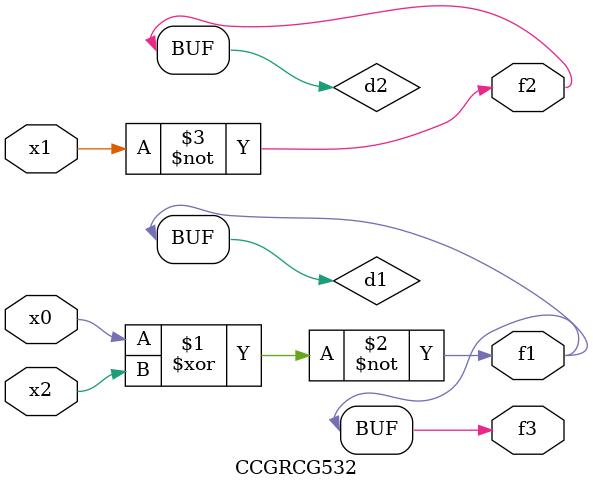
<source format=v>
module CCGRCG532(
	input x0, x1, x2,
	output f1, f2, f3
);

	wire d1, d2, d3;

	xnor (d1, x0, x2);
	nand (d2, x1);
	nor (d3, x1, x2);
	assign f1 = d1;
	assign f2 = d2;
	assign f3 = d1;
endmodule

</source>
